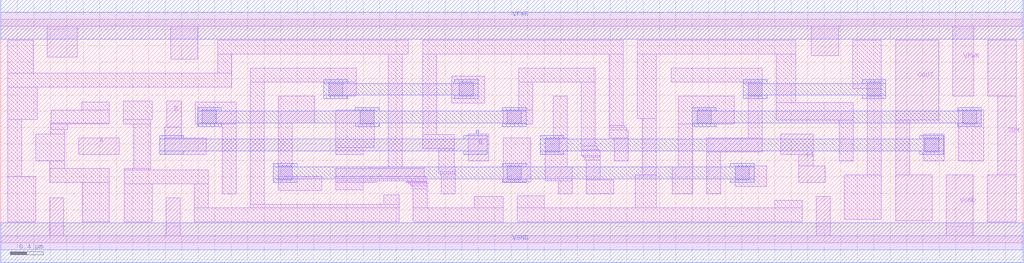
<source format=lef>
# Copyright 2020 The SkyWater PDK Authors
#
# Licensed under the Apache License, Version 2.0 (the "License");
# you may not use this file except in compliance with the License.
# You may obtain a copy of the License at
#
#     https://www.apache.org/licenses/LICENSE-2.0
#
# Unless required by applicable law or agreed to in writing, software
# distributed under the License is distributed on an "AS IS" BASIS,
# WITHOUT WARRANTIES OR CONDITIONS OF ANY KIND, either express or implied.
# See the License for the specific language governing permissions and
# limitations under the License.
#
# SPDX-License-Identifier: Apache-2.0

VERSION 5.5 ;
NAMESCASESENSITIVE ON ;
BUSBITCHARS "[]" ;
DIVIDERCHAR "/" ;
MACRO sky130_fd_sc_hd__fah_1
  CLASS CORE ;
  SOURCE USER ;
  ORIGIN  0.000000  0.000000 ;
  SIZE  12.42000 BY  2.720000 ;
  SYMMETRY X Y R90 ;
  SITE unithd ;
  PIN A
    ANTENNAGATEAREA  0.492000 ;
    DIRECTION INPUT ;
    USE SIGNAL ;
    PORT
      LAYER li1 ;
        RECT 0.950000 1.075000 1.440000 1.275000 ;
    END
  END A
  PIN B
    ANTENNAGATEAREA  0.691500 ;
    DIRECTION INPUT ;
    USE SIGNAL ;
    PORT
      LAYER li1 ;
        RECT 1.990000 1.075000 2.495000 1.275000 ;
        RECT 1.990000 1.275000 2.190000 1.410000 ;
        RECT 2.015000 1.410000 2.190000 1.725000 ;
    END
    PORT
      LAYER li1 ;
        RECT 5.675000 0.995000 5.925000 1.325000 ;
    END
    PORT
      LAYER met1 ;
        RECT 1.930000 1.075000 2.220000 1.120000 ;
        RECT 1.930000 1.120000 5.910000 1.260000 ;
        RECT 1.930000 1.260000 2.220000 1.305000 ;
        RECT 5.620000 1.075000 5.910000 1.120000 ;
        RECT 5.620000 1.260000 5.910000 1.305000 ;
    END
  END B
  PIN CI
    ANTENNAGATEAREA  0.246000 ;
    DIRECTION INPUT ;
    USE SIGNAL ;
    PORT
      LAYER li1 ;
        RECT 9.475000 1.075000  9.865000 1.325000 ;
        RECT 9.690000 0.735000 10.010000 0.935000 ;
        RECT 9.690000 0.935000  9.865000 1.075000 ;
    END
  END CI
  PIN COUT
    ANTENNADIFFAREA  0.435500 ;
    DIRECTION OUTPUT ;
    USE SIGNAL ;
    PORT
      LAYER li1 ;
        RECT 10.870000 0.270000 11.310000 0.825000 ;
        RECT 10.870000 0.825000 11.040000 1.495000 ;
        RECT 10.870000 1.495000 11.390000 2.465000 ;
    END
  END COUT
  PIN SUM
    ANTENNADIFFAREA  0.506000 ;
    DIRECTION OUTPUT ;
    USE SIGNAL ;
    PORT
      LAYER li1 ;
        RECT 11.980000 0.255000 12.335000 0.825000 ;
        RECT 11.985000 1.785000 12.335000 2.465000 ;
        RECT 12.110000 0.825000 12.335000 1.785000 ;
    END
  END SUM
  PIN VGND
    DIRECTION INOUT ;
    SHAPE ABUTMENT ;
    USE GROUND ;
    PORT
      LAYER li1 ;
        RECT  0.000000 -0.085000 12.420000 0.085000 ;
        RECT  0.595000  0.085000  0.765000 0.545000 ;
        RECT  2.010000  0.085000  2.180000 0.545000 ;
        RECT  9.905000  0.085000 10.075000 0.565000 ;
        RECT 11.480000  0.085000 11.810000 0.825000 ;
    END
    PORT
      LAYER met1 ;
        RECT 0.000000 -0.240000 12.420000 0.240000 ;
    END
  END VGND
  PIN VPWR
    DIRECTION INOUT ;
    SHAPE ABUTMENT ;
    USE POWER ;
    PORT
      LAYER li1 ;
        RECT  0.000000 2.635000 12.420000 2.805000 ;
        RECT  0.565000 2.260000  0.930000 2.635000 ;
        RECT  2.065000 2.235000  2.395000 2.635000 ;
        RECT  9.840000 2.275000 10.175000 2.635000 ;
        RECT 11.560000 1.785000 11.815000 2.635000 ;
    END
    PORT
      LAYER met1 ;
        RECT 0.000000 2.480000 12.420000 2.960000 ;
    END
  END VPWR
  OBS
    LAYER li1 ;
      RECT  0.085000 0.255000  0.425000 0.805000 ;
      RECT  0.085000 0.805000  0.255000 1.500000 ;
      RECT  0.085000 1.500000  0.445000 1.895000 ;
      RECT  0.085000 1.895000  2.805000 2.065000 ;
      RECT  0.085000 2.065000  0.395000 2.465000 ;
      RECT  0.425000 0.995000  0.780000 1.325000 ;
      RECT  0.595000 0.735000  1.320000 0.905000 ;
      RECT  0.595000 0.905000  0.780000 0.995000 ;
      RECT  0.610000 1.325000  0.780000 1.380000 ;
      RECT  0.610000 1.380000  0.815000 1.445000 ;
      RECT  0.610000 1.445000  1.315000 1.455000 ;
      RECT  0.615000 1.455000  1.315000 1.615000 ;
      RECT  0.985000 1.615000  1.315000 1.715000 ;
      RECT  0.990000 0.255000  1.320000 0.735000 ;
      RECT  1.490000 1.445000  1.820000 1.500000 ;
      RECT  1.490000 1.500000  1.840000 1.725000 ;
      RECT  1.500000 0.255000  1.840000 0.715000 ;
      RECT  1.500000 0.715000  2.520000 0.885000 ;
      RECT  1.500000 0.885000  1.820000 0.905000 ;
      RECT  1.615000 0.905000  1.820000 1.445000 ;
      RECT  2.350000 0.255000  4.840000 0.425000 ;
      RECT  2.350000 0.425000  2.520000 0.715000 ;
      RECT  2.360000 1.445000  2.860000 1.715000 ;
      RECT  2.635000 2.065000  2.805000 2.295000 ;
      RECT  2.635000 2.295000  4.950000 2.465000 ;
      RECT  2.690000 0.595000  2.860000 1.445000 ;
      RECT  3.030000 0.425000  4.840000 0.465000 ;
      RECT  3.030000 0.465000  3.200000 1.955000 ;
      RECT  3.030000 1.955000  4.320000 2.125000 ;
      RECT  3.370000 0.635000  3.900000 0.805000 ;
      RECT  3.370000 0.805000  3.540000 1.455000 ;
      RECT  3.370000 1.455000  3.815000 1.785000 ;
      RECT  3.985000 1.785000  4.320000 1.955000 ;
      RECT  4.070000 0.645000  4.400000 0.735000 ;
      RECT  4.070000 0.735000  4.560000 0.755000 ;
      RECT  4.070000 0.755000  5.170000 0.780000 ;
      RECT  4.070000 0.780000  5.155000 0.805000 ;
      RECT  4.070000 0.805000  5.145000 0.905000 ;
      RECT  4.070000 1.075000  4.400000 1.160000 ;
      RECT  4.070000 1.160000  4.535000 1.615000 ;
      RECT  4.480000 0.905000  5.145000 0.925000 ;
      RECT  4.650000 0.465000  4.840000 0.585000 ;
      RECT  4.705000 0.925000  4.875000 2.295000 ;
      RECT  4.925000 0.735000  5.180000 0.740000 ;
      RECT  4.925000 0.740000  5.170000 0.755000 ;
      RECT  4.950000 0.715000  5.180000 0.735000 ;
      RECT  4.980000 0.690000  5.180000 0.715000 ;
      RECT  5.000000 0.655000  5.180000 0.690000 ;
      RECT  5.010000 0.255000  6.100000 0.425000 ;
      RECT  5.010000 0.425000  5.180000 0.655000 ;
      RECT  5.125000 1.150000  5.505000 1.320000 ;
      RECT  5.125000 1.320000  5.295000 2.295000 ;
      RECT  5.125000 2.295000  7.560000 2.465000 ;
      RECT  5.320000 0.865000  5.520000 0.925000 ;
      RECT  5.320000 0.925000  5.505000 1.150000 ;
      RECT  5.335000 0.840000  5.520000 0.865000 ;
      RECT  5.350000 0.595000  5.520000 0.840000 ;
      RECT  5.475000 1.700000  5.875000 2.030000 ;
      RECT  5.750000 0.425000  6.100000 0.565000 ;
      RECT  6.105000 0.740000  6.435000 1.275000 ;
      RECT  6.105000 1.445000  6.460000 1.615000 ;
      RECT  6.270000 0.255000  9.735000 0.425000 ;
      RECT  6.270000 0.425000  6.600000 0.570000 ;
      RECT  6.290000 1.615000  6.460000 1.955000 ;
      RECT  6.290000 1.955000  7.220000 2.125000 ;
      RECT  6.610000 0.755000  6.940000 0.925000 ;
      RECT  6.610000 0.925000  6.880000 1.275000 ;
      RECT  6.710000 1.275000  6.880000 1.785000 ;
      RECT  6.770000 0.595000  6.940000 0.755000 ;
      RECT  7.050000 1.060000  7.280000 1.130000 ;
      RECT  7.050000 1.130000  7.245000 1.175000 ;
      RECT  7.050000 1.175000  7.220000 1.955000 ;
      RECT  7.065000 1.045000  7.280000 1.060000 ;
      RECT  7.090000 1.010000  7.280000 1.045000 ;
      RECT  7.110000 0.595000  7.445000 0.765000 ;
      RECT  7.110000 0.765000  7.280000 1.010000 ;
      RECT  7.390000 1.275000  7.620000 1.375000 ;
      RECT  7.390000 1.375000  7.595000 1.400000 ;
      RECT  7.390000 1.400000  7.575000 1.425000 ;
      RECT  7.390000 1.425000  7.560000 2.295000 ;
      RECT  7.450000 0.995000  7.620000 1.275000 ;
      RECT  7.705000 0.425000  7.960000 0.825000 ;
      RECT  7.730000 1.510000  7.960000 2.295000 ;
      RECT  7.730000 2.295000  9.655000 2.465000 ;
      RECT  7.790000 0.825000  7.960000 1.510000 ;
      RECT  8.145000 1.955000  9.250000 2.125000 ;
      RECT  8.155000 0.595000  8.405000 0.925000 ;
      RECT  8.225000 0.925000  8.405000 1.445000 ;
      RECT  8.225000 1.445000  8.910000 1.785000 ;
      RECT  8.575000 0.595000  8.745000 1.105000 ;
      RECT  8.575000 1.105000  9.250000 1.275000 ;
      RECT  8.920000 0.685000  9.300000 0.935000 ;
      RECT  9.080000 1.275000  9.250000 1.955000 ;
      RECT  9.400000 0.425000  9.735000 0.515000 ;
      RECT  9.420000 1.495000 10.350000 1.705000 ;
      RECT  9.420000 1.705000  9.655000 2.295000 ;
      RECT 10.180000 0.995000 10.350000 1.495000 ;
      RECT 10.245000 0.285000 10.690000 0.825000 ;
      RECT 10.345000 1.875000 10.690000 2.465000 ;
      RECT 10.520000 0.825000 10.690000 1.875000 ;
      RECT 11.210000 0.995000 11.460000 1.325000 ;
      RECT 11.630000 0.995000 11.940000 1.615000 ;
    LAYER mcon ;
      RECT  2.450000 1.445000  2.620000 1.615000 ;
      RECT  3.370000 0.765000  3.540000 0.935000 ;
      RECT  3.985000 1.785000  4.155000 1.955000 ;
      RECT  4.365000 1.445000  4.535000 1.615000 ;
      RECT  5.570000 1.785000  5.740000 1.955000 ;
      RECT  6.150000 0.765000  6.320000 0.935000 ;
      RECT  6.150000 1.445000  6.320000 1.615000 ;
      RECT  6.610000 1.105000  6.780000 1.275000 ;
      RECT  8.460000 1.445000  8.630000 1.615000 ;
      RECT  8.920000 0.765000  9.090000 0.935000 ;
      RECT  9.080000 1.785000  9.250000 1.955000 ;
      RECT 10.520000 1.785000 10.690000 1.955000 ;
      RECT 11.220000 1.105000 11.390000 1.275000 ;
      RECT 11.680000 1.445000 11.850000 1.615000 ;
    LAYER met1 ;
      RECT  2.390000 1.415000  2.680000 1.460000 ;
      RECT  2.390000 1.460000  6.380000 1.600000 ;
      RECT  2.390000 1.600000  2.680000 1.645000 ;
      RECT  3.310000 0.735000  3.600000 0.780000 ;
      RECT  3.310000 0.780000  9.150000 0.920000 ;
      RECT  3.310000 0.920000  3.600000 0.965000 ;
      RECT  3.925000 1.755000  4.215000 1.800000 ;
      RECT  3.925000 1.800000  5.800000 1.940000 ;
      RECT  3.925000 1.940000  4.215000 1.985000 ;
      RECT  4.305000 1.415000  4.595000 1.460000 ;
      RECT  4.305000 1.600000  4.595000 1.645000 ;
      RECT  5.510000 1.755000  5.800000 1.800000 ;
      RECT  5.510000 1.940000  5.800000 1.985000 ;
      RECT  6.090000 0.735000  6.380000 0.780000 ;
      RECT  6.090000 0.920000  6.380000 0.965000 ;
      RECT  6.090000 1.415000  6.380000 1.460000 ;
      RECT  6.090000 1.600000  6.380000 1.645000 ;
      RECT  6.550000 1.075000  6.840000 1.120000 ;
      RECT  6.550000 1.120000 11.450000 1.260000 ;
      RECT  6.550000 1.260000  6.840000 1.305000 ;
      RECT  8.400000 1.415000  8.690000 1.460000 ;
      RECT  8.400000 1.460000 11.910000 1.600000 ;
      RECT  8.400000 1.600000  8.690000 1.645000 ;
      RECT  8.860000 0.735000  9.150000 0.780000 ;
      RECT  8.860000 0.920000  9.150000 0.965000 ;
      RECT  9.020000 1.755000  9.310000 1.800000 ;
      RECT  9.020000 1.800000 10.750000 1.940000 ;
      RECT  9.020000 1.940000  9.310000 1.985000 ;
      RECT 10.460000 1.755000 10.750000 1.800000 ;
      RECT 10.460000 1.940000 10.750000 1.985000 ;
      RECT 11.160000 1.075000 11.450000 1.120000 ;
      RECT 11.160000 1.260000 11.450000 1.305000 ;
      RECT 11.620000 1.415000 11.910000 1.460000 ;
      RECT 11.620000 1.600000 11.910000 1.645000 ;
  END
END sky130_fd_sc_hd__fah_1

</source>
